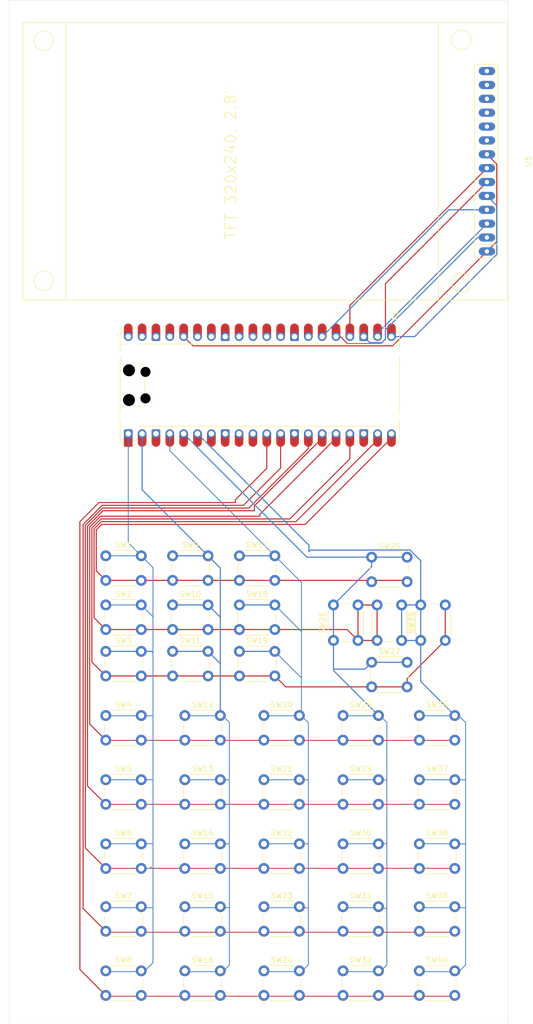
<source format=kicad_pcb>
(kicad_pcb (version 20241229) (generator "pcbnew") (generator_version "9.0")
  (layers (0 "F.Cu" signal) (2 "B.Cu" signal) (13 "F.Paste" user) (15 "B.Paste" user) (5 "F.SilkS" user "F.Silkscreen") (7 "B.SilkS" user "B.Silkscreen") (1 "F.Mask" user) (3 "B.Mask" user) (25 "Edge.Cuts" user))
  (net 0 "")
  (net 12 "/C1")
  (net 13 "/L1")
  (net 14 "/L2")
  (net 15 "/L3")
  (net 16 "/L4")
  (net 17 "/L5")
  (net 18 "/L6")
  (net 19 "/L7")
  (net 20 "/L8")
  (net 21 "/C2")
  (net 22 "/C3")
  (net 23 "/C4")
  (net 24 "/C5")
  (net 25 "/C6")
  (net 26 "/C7")
  (net 27 "/C8")
  (net 28 "/GPIO16")
  (net 29 "/GPIO19")
  (net 32 "+3V3")
  (net 33 "/GPIO20")
  (net 36 "/GPIO18")
  (net 37 "GND")
  (net 38 "/GPIO17")
  (footprint "Button_Switch_THT:SW_PUSH_6mm" (layer "F.Cu") (at 114.71 180.5)
    (property "Reference" "SW39")
    (property "Value" "53")
  )
  (footprint "Button_Switch_THT:SW_PUSH_6mm" (layer "F.Cu") (at 100.71 169)
    (property "Reference" "SW30")
    (property "Value" "46")
  )
  (footprint "Button_Switch_THT:SW_PUSH_6mm" (layer "F.Cu") (at 57.21 145.5)
    (property "Reference" "SW4")
    (property "Value" "14")
  )
  (footprint "Button_Switch_THT:SW_PUSH_6mm" (layer "F.Cu") (at 98.96 131.75 90)
    (property "Reference" "SW26")
    (property "Value" "42")
  )
  (footprint "Button_Switch_THT:SW_PUSH_6mm" (layer "F.Cu") (at 105.96 116.5)
    (property "Reference" "SW25")
    (property "Value" "41")
  )
  (footprint "Button_Switch_THT:SW_PUSH_6mm" (layer "F.Cu") (at 100.71 145.5)
    (property "Reference" "SW28")
    (property "Value" "44")
  )
  (footprint "Button_Switch_THT:SW_PUSH_6mm" (layer "F.Cu") (at 69.46 133.75)
    (property "Reference" "SW11")
    (property "Value" "23")
  )
  (footprint "Button_Switch_THT:SW_PUSH_6mm" (layer "F.Cu") (at 57.21 157.25)
    (property "Reference" "SW5")
    (property "Value" "15")
  )
  (footprint "Button_Switch_THT:SW_PUSH_6mm" (layer "F.Cu") (at 71.71 180.5)
    (property "Reference" "SW15")
    (property "Value" "27")
  )
  (footprint "Button_Switch_THT:SW_PUSH_6mm" (layer "F.Cu") (at 86.21 180.5)
    (property "Reference" "SW23")
    (property "Value" "37")
  )
  (footprint "Button_Switch_THT:SW_PUSH_6mm" (layer "F.Cu") (at 57.21 192.25)
    (property "Reference" "SW8")
    (property "Value" "18")
  )
  (footprint "Button_Switch_THT:SW_PUSH_6mm" (layer "F.Cu") (at 86.21 145.5)
    (property "Reference" "SW20")
    (property "Value" "34")
  )
  (footprint "Button_Switch_THT:SW_PUSH_6mm" (layer "F.Cu") (at 81.71 125.25)
    (property "Reference" "SW18")
    (property "Value" "32")
  )
  (footprint "Button_Switch_THT:SW_PUSH_6mm" (layer "F.Cu") (at 71.71 157.25)
    (property "Reference" "SW13")
    (property "Value" "25")
  )
  (footprint "Button_Switch_THT:SW_PUSH_6mm" (layer "F.Cu") (at 86.21 157.25)
    (property "Reference" "SW21")
    (property "Value" "35")
  )
  (footprint "Button_Switch_THT:SW_PUSH_6mm" (layer "F.Cu") (at 86.21 192.25)
    (property "Reference" "SW24")
    (property "Value" "38")
  )
  (footprint "Button_Switch_THT:SW_PUSH_6mm" (layer "F.Cu") (at 100.71 192.25)
    (property "Reference" "SW32")
    (property "Value" "48")
  )
  (footprint "Button_Switch_THT:SW_PUSH_6mm" (layer "F.Cu") (at 57.21 116.25)
    (property "Reference" "SW1")
    (property "Value" "11")
  )
  (footprint "Button_Switch_THT:SW_PUSH_6mm" (layer "F.Cu") (at 100.71 180.5)
    (property "Reference" "SW31")
    (property "Value" "47")
  )
  (footprint "Button_Switch_THT:SW_PUSH_6mm" (layer "F.Cu") (at 114.71 192.25)
    (property "Reference" "SW40")
    (property "Value" "58")
  )
  (footprint "Button_Switch_THT:SW_PUSH_6mm" (layer "F.Cu") (at 69.46 116.25)
    (property "Reference" "SW9")
    (property "Value" "21")
  )
  (footprint "Button_Switch_THT:SW_PUSH_6mm" (layer "F.Cu") (at 111.46 125.25 -90)
    (property "Reference" "SW34")
    (property "Value" "52")
  )
  (footprint "Module:RaspberryPi_Pico_Common_Unspecified" (layer "F.Cu") (at 85.46 85 90)
    (property "Reference" "A1")
    (property "Value" "RaspberryPi_Pico")
  )
  (footprint "Button_Switch_THT:SW_PUSH_6mm" (layer "F.Cu") (at 105.96 135.75)
    (property "Reference" "SW27")
    (property "Value" "43")
  )
  (footprint "ili:TFT-320x240" (layer "F.Cu") (at 127.1 44 90)
    (property "Reference" "U5")
    (property "Value" "TFT_320x240")
  )
  (footprint "Button_Switch_THT:SW_PUSH_6mm" (layer "F.Cu") (at 71.71 192.25)
    (property "Reference" "SW16")
    (property "Value" "28")
  )
  (footprint "Button_Switch_THT:SW_PUSH_6mm" (layer "F.Cu") (at 81.71 116.25)
    (property "Reference" "SW17")
    (property "Value" "31")
  )
  (footprint "Button_Switch_THT:SW_PUSH_6mm" (layer "F.Cu") (at 114.71 169)
    (property "Reference" "SW38")
    (property "Value" "56")
  )
  (footprint "Button_Switch_THT:SW_PUSH_6mm" (layer "F.Cu") (at 81.71 133.75)
    (property "Reference" "SW19")
    (property "Value" "33")
  )
  (footprint "Button_Switch_THT:SW_PUSH_6mm" (layer "F.Cu") (at 114.71 145.5)
    (property "Reference" "SW36")
    (property "Value" "54")
  )
  (footprint "Button_Switch_THT:SW_PUSH_6mm" (layer "F.Cu") (at 71.71 169)
    (property "Reference" "SW14")
    (property "Value" "26")
  )
  (footprint "Button_Switch_THT:SW_PUSH_6mm" (layer "F.Cu") (at 57.21 125.25)
    (property "Reference" "SW2")
    (property "Value" "12")
  )
  (footprint "Button_Switch_THT:SW_PUSH_6mm" (layer "F.Cu") (at 86.21 169)
    (property "Reference" "SW22")
    (property "Value" "36")
  )
  (footprint "Button_Switch_THT:SW_PUSH_6mm" (layer "F.Cu") (at 71.71 145.5)
    (property "Reference" "SW12")
    (property "Value" "24")
  )
  (footprint "Button_Switch_THT:SW_PUSH_6mm" (layer "F.Cu") (at 57.21 133.75)
    (property "Reference" "SW3")
    (property "Value" "13")
  )
  (footprint "Button_Switch_THT:SW_PUSH_6mm" (layer "F.Cu") (at 57.21 180.5)
    (property "Reference" "SW7")
    (property "Value" "17")
  )
  (footprint "Button_Switch_THT:SW_PUSH_6mm" (layer "F.Cu") (at 100.71 157.25)
    (property "Reference" "SW29")
    (property "Value" "45")
  )
  (footprint "Button_Switch_THT:SW_PUSH_6mm" (layer "F.Cu") (at 57.21 169)
    (property "Reference" "SW6")
    (property "Value" "16")
  )
  (footprint "Button_Switch_THT:SW_PUSH_6mm" (layer "F.Cu") (at 114.96 131.75 90)
    (property "Reference" "SW35")
    (property "Value" "53")
  )
  (footprint "Button_Switch_THT:SW_PUSH_6mm" (layer "F.Cu") (at 69.46 125.25)
    (property "Reference" "SW10")
    (property "Value" "22")
  )
  (footprint "Button_Switch_THT:SW_PUSH_6mm" (layer "F.Cu") (at 114.71 157.25)
    (property "Reference" "SW37")
    (property "Value" "55")
  )
  (gr_rect (start 39.46 14.5) (end 130.96 202) (stroke (width 0.05)) (fill no) (layer "Edge.Cuts"))
  (segment (start 57.71 157.2625) (end 64.21 157.2625) (width 0.15) (layer "B.Cu") (net 12))
  (segment (start 64.21 168.975) (end 65.835 168.975) (width 0.15) (layer "B.Cu") (net 12))
  (segment (start 63.71 116.25) (end 57.21 116.25) (width 0.15) (layer "B.Cu") (net 12))
  (segment (start 57.71 192.4) (end 64.21 192.4) (width 0.15) (layer "B.Cu") (net 12))
  (segment (start 65.86 127.4) (end 63.71 125.25) (width 0.15) (layer "B.Cu") (net 12))
  (segment (start 64.21 157.2625) (end 65.8225 157.2625) (width 0.15) (layer "B.Cu") (net 12))
  (segment (start 63.71 125.25) (end 57.21 125.25) (width 0.15) (layer "B.Cu") (net 12))
  (segment (start 65.8225 157.2625) (end 65.86 157.3) (width 0.15) (layer "B.Cu") (net 12))
  (segment (start 65.86 190.75) (end 65.86 180.55) (width 0.15) (layer "B.Cu") (net 12))
  (segment (start 64.21 180.6875) (end 65.7225 180.6875) (width 0.15) (layer "B.Cu") (net 12))
  (segment (start 65.86 169) (end 65.86 157.3) (width 0.15) (layer "B.Cu") (net 12))
  (segment (start 63.71 116.25) (end 65.86 118.4) (width 0.15) (layer "B.Cu") (net 12))
  (segment (start 65.7225 180.6875) (end 65.86 180.55) (width 0.15) (layer "B.Cu") (net 12))
  (segment (start 57.71 180.6875) (end 64.21 180.6875) (width 0.15) (layer "B.Cu") (net 12))
  (segment (start 61.33 113.87) (end 61.33 93.89) (width 0.15) (layer "B.Cu") (net 12))
  (segment (start 65.81 145.55) (end 65.86 145.5) (width 0.15) (layer "B.Cu") (net 12))
  (segment (start 65.835 168.975) (end 65.86 169) (width 0.15) (layer "B.Cu") (net 12))
  (segment (start 65.86 127.4) (end 65.86 134) (width 0.15) (layer "B.Cu") (net 12))
  (segment (start 65.86 118.4) (end 65.86 127.4) (width 0.15) (layer "B.Cu") (net 12))
  (segment (start 64.21 192.4) (end 65.86 190.75) (width 0.15) (layer "B.Cu") (net 12))
  (segment (start 65.86 157.3) (end 65.86 145.5) (width 0.15) (layer "B.Cu") (net 12))
  (segment (start 57.21 133.75) (end 65.61 133.75) (width 0.2) (layer "B.Cu") (net 12))
  (segment (start 63.71 116.25) (end 61.33 113.87) (width 0.15) (layer "B.Cu") (net 12))
  (segment (start 57.71 145.55) (end 64.21 145.55) (width 0.15) (layer "B.Cu") (net 12))
  (segment (start 65.86 145.5) (end 65.86 134) (width 0.15) (layer "B.Cu") (net 12))
  (segment (start 57.71 168.975) (end 64.21 168.975) (width 0.15) (layer "B.Cu") (net 12))
  (segment (start 65.61 133.75) (end 65.86 134) (width 0.2) (layer "B.Cu") (net 12))
  (segment (start 64.21 145.55) (end 65.81 145.55) (width 0.15) (layer "B.Cu") (net 12))
  (segment (start 65.86 180.55) (end 65.86 169) (width 0.15) (layer "B.Cu") (net 12))
  (segment (start 88.21 120.75) (end 112.21 120.75) (width 0.2) (layer "F.Cu") (net 13))
  (segment (start 55.46 119) (end 55.46 111.5) (width 0.2) (layer "F.Cu") (net 13))
  (segment (start 57.21 120.75) (end 55.46 119) (width 0.2) (layer "F.Cu") (net 13))
  (segment (start 112.21 120.75) (end 112.46 121) (width 0.2) (layer "F.Cu") (net 13))
  (segment (start 57.21 120.75) (end 88.21 120.75) (width 0.2) (layer "F.Cu") (net 13))
  (segment (start 56.46 110.5) (end 93.78 110.5) (width 0.2) (layer "F.Cu") (net 13))
  (segment (start 55.46 111.5) (end 56.46 110.5) (width 0.2) (layer "F.Cu") (net 13))
  (segment (start 93.78 110.5) (end 109.59 94.69) (width 0.2) (layer "F.Cu") (net 13))
  (segment (start 88.21 129.75) (end 101.46 129.75) (width 0.2) (layer "F.Cu") (net 14))
  (segment (start 106.96 125.25) (end 106.96 131.75) (width 0.2) (layer "F.Cu") (net 14))
  (segment (start 56.3929 110) (end 92.07137 110) (width 0.2) (layer "F.Cu") (net 14))
  (segment (start 92.07137 110) (end 107.05 95.02137) (width 0.2) (layer "F.Cu") (net 14))
  (segment (start 103.46 125.25) (end 106.96 125.25) (width 0.2) (layer "F.Cu") (net 14))
  (segment (start 106.96 131.75) (end 103.46 131.75) (width 0.2) (layer "F.Cu") (net 14))
  (segment (start 107.05 95.02137) (end 107.05 93.89) (width 0.2) (layer "F.Cu") (net 14))
  (segment (start 57.21 129.75) (end 88.21 129.75) (width 0.2) (layer "F.Cu") (net 14))
  (segment (start 57.21 129.75) (end 55.059 127.599) (width 0.2) (layer "F.Cu") (net 14))
  (segment (start 55.059 111.3339) (end 56.3929 110) (width 0.2) (layer "F.Cu") (net 14))
  (segment (start 101.46 129.75) (end 103.46 131.75) (width 0.2) (layer "F.Cu") (net 14))
  (segment (start 55.059 127.599) (end 55.059 111.3339) (width 0.2) (layer "F.Cu") (net 14))
  (segment (start 103.46 131.75) (end 103.46 125.25) (width 0.2) (layer "F.Cu") (net 14))
  (segment (start 105.96 140.25) (end 112.46 140.25) (width 0.2) (layer "F.Cu") (net 15))
  (segment (start 57.21 138.25) (end 54.658 135.698) (width 0.2) (layer "F.Cu") (net 15))
  (segment (start 57.21 138.25) (end 88.21 138.25) (width 0.2) (layer "F.Cu") (net 15))
  (segment (start 119.46 131.75) (end 112.46 138.75) (width 0.2) (layer "F.Cu") (net 15))
  (segment (start 90.21 140.25) (end 105.96 140.25) (width 0.2) (layer "F.Cu") (net 15))
  (segment (start 119.46 125.25) (end 119.46 131.75) (width 0.2) (layer "F.Cu") (net 15))
  (segment (start 88.21 138.25) (end 90.21 140.25) (width 0.2) (layer "F.Cu") (net 15))
  (segment (start 54.658 135.698) (end 54.658 111.1678) (width 0.2) (layer "F.Cu") (net 15))
  (segment (start 112.46 138.75) (end 112.46 140.25) (width 0.2) (layer "F.Cu") (net 15))
  (segment (start 54.658 111.1678) (end 56.3258 109.5) (width 0.2) (layer "F.Cu") (net 15))
  (segment (start 101.97 98.49) (end 101.97 94.69) (width 0.2) (layer "F.Cu") (net 15))
  (segment (start 90.96 109.5) (end 101.97 98.49) (width 0.2) (layer "F.Cu") (net 15))
  (segment (start 56.3258 109.5) (end 90.96 109.5) (width 0.2) (layer "F.Cu") (net 15))
  (segment (start 54.257 147.047) (end 54.257 111.0017) (width 0.2) (layer "F.Cu") (net 16))
  (segment (start 56.2587 109) (end 85.46 109) (width 0.2) (layer "F.Cu") (net 16))
  (segment (start 57.21 150) (end 54.257 147.047) (width 0.2) (layer "F.Cu") (net 16))
  (segment (start 85.46 109) (end 85.46 108.66) (width 0.2) (layer "F.Cu") (net 16))
  (segment (start 85.46 108.66) (end 99.43 94.69) (width 0.2) (layer "F.Cu") (net 16))
  (segment (start 54.257 111.0017) (end 56.2587 109) (width 0.2) (layer "F.Cu") (net 16))
  (segment (start 57.71 150.05) (end 121.96 150.05) (width 0.15) (layer "F.Cu") (net 16))
  (segment (start 84.46 108) (end 84.46 107.12) (width 0.2) (layer "F.Cu") (net 17))
  (segment (start 56.6916 108) (end 84.46 108) (width 0.2) (layer "F.Cu") (net 17))
  (segment (start 57.71 161.7625) (end 121.96 161.7625) (width 0.15) (layer "F.Cu") (net 17))
  (segment (start 84.46 107.12) (end 96.89 94.69) (width 0.2) (layer "F.Cu") (net 17))
  (segment (start 53.856 110.8356) (end 56.6916 108) (width 0.2) (layer "F.Cu") (net 17))
  (segment (start 57.21 161.75) (end 53.856 158.396) (width 0.2) (layer "F.Cu") (net 17))
  (segment (start 53.856 158.396) (end 53.856 110.8356) (width 0.2) (layer "F.Cu") (net 17))
  (segment (start 53.455 169.745) (end 53.455 110.6695) (width 0.2) (layer "F.Cu") (net 18))
  (segment (start 53.455 110.6695) (end 56.6245 107.5) (width 0.2) (layer "F.Cu") (net 18))
  (segment (start 94.35 96.61) (end 94.35 93.89) (width 0.2) (layer "F.Cu") (net 18))
  (segment (start 56.6245 107.5) (end 83.46 107.5) (width 0.2) (layer "F.Cu") (net 18))
  (segment (start 57.71 173.475) (end 121.96 173.475) (width 0.15) (layer "F.Cu") (net 18))
  (segment (start 83.46 107.5) (end 94.35 96.61) (width 0.2) (layer "F.Cu") (net 18))
  (segment (start 57.21 173.5) (end 53.455 169.745) (width 0.2) (layer "F.Cu") (net 18))
  (segment (start 65.285 173.475) (end 65.559 173.201) (width 0.15) (layer "B.Cu") (net 18))
  (segment (start 64.21 173.475) (end 65.285 173.475) (width 0.15) (layer "B.Cu") (net 18))
  (segment (start 53.054 110.5034) (end 56.5574 107) (width 0.2) (layer "F.Cu") (net 19))
  (segment (start 82.46 107) (end 89.27 100.19) (width 0.2) (layer "F.Cu") (net 19))
  (segment (start 53.054 180.844) (end 53.054 110.5034) (width 0.2) (layer "F.Cu") (net 19))
  (segment (start 57.71 185.1875) (end 121.96 185.1875) (width 0.15) (layer "F.Cu") (net 19))
  (segment (start 89.27 100.19) (end 89.27 94.69) (width 0.2) (layer "F.Cu") (net 19))
  (segment (start 57.21 185) (end 53.054 180.844) (width 0.2) (layer "F.Cu") (net 19))
  (segment (start 56.5574 107) (end 82.46 107) (width 0.2) (layer "F.Cu") (net 19))
  (segment (start 86.73 100.23) (end 86.73 94.69) (width 0.2) (layer "F.Cu") (net 20))
  (segment (start 57.21 196.75) (end 52.46 192) (width 0.2) (layer "F.Cu") (net 20))
  (segment (start 57.71 196.9) (end 121.96 196.9) (width 0.15) (layer "F.Cu") (net 20))
  (segment (start 80.96 106) (end 86.73 100.23) (width 0.2) (layer "F.Cu") (net 20))
  (segment (start 52.46 192) (end 52.46 110) (width 0.2) (layer "F.Cu") (net 20))
  (segment (start 55.96 106.5) (end 80.96 106.5) (width 0.2) (layer "F.Cu") (net 20))
  (segment (start 80.96 106.5) (end 80.96 106) (width 0.2) (layer "F.Cu") (net 20))
  (segment (start 52.46 110) (end 55.96 106.5) (width 0.2) (layer "F.Cu") (net 20))
  (segment (start 69.46 116.25) (end 75.96 116.25) (width 0.2) (layer "B.Cu") (net 21))
  (segment (start 78.6475 157.2625) (end 79.811 157.2625) (width 0.15) (layer "B.Cu") (net 21))
  (segment (start 78.6475 168.975) (end 78.6725 169) (width 0.15) (layer "B.Cu") (net 21))
  (segment (start 79.8735 180.8) (end 79.8735 169) (width 0.15) (layer "B.Cu") (net 21))
  (segment (start 78.21 145.5) (end 78.21 136) (width 0.2) (layer "B.Cu") (net 21))
  (segment (start 69.46 125.25) (end 75.96 125.25) (width 0.2) (layer "B.Cu") (net 21))
  (segment (start 72.1475 145.55) (end 78.6475 145.55) (width 0.15) (layer "B.Cu") (net 21))
  (segment (start 79.8735 157.2) (end 79.8735 146.776) (width 0.15) (layer "B.Cu") (net 21))
  (segment (start 78.21 127.5) (end 78.21 118.5) (width 0.2) (layer "B.Cu") (net 21))
  (segment (start 79.8735 169) (end 79.8735 157.2) (width 0.15) (layer "B.Cu") (net 21))
  (segment (start 78.21 127.5) (end 78.21 136) (width 0.2) (layer "B.Cu") (net 21))
  (segment (start 72.1475 168.975) (end 78.6475 168.975) (width 0.15) (layer "B.Cu") (net 21))
  (segment (start 72.1475 180.6875) (end 78.6475 180.6875) (width 0.15) (layer "B.Cu") (net 21))
  (segment (start 78.6475 180.6875) (end 79.761 180.6875) (width 0.15) (layer "B.Cu") (net 21))
  (segment (start 78.21 136) (end 75.96 133.75) (width 0.2) (layer "B.Cu") (net 21))
  (segment (start 78.6475 192.4) (end 79.8735 191.174) (width 0.15) (layer "B.Cu") (net 21))
  (segment (start 79.8735 146.776) (end 78.6475 145.55) (width 0.15) (layer "B.Cu") (net 21))
  (segment (start 78.6725 169) (end 79.8735 169) (width 0.15) (layer "B.Cu") (net 21))
  (segment (start 72.1475 192.4) (end 78.6475 192.4) (width 0.15) (layer "B.Cu") (net 21))
  (segment (start 79.8735 191.174) (end 79.8735 180.8) (width 0.15) (layer "B.Cu") (net 21))
  (segment (start 78.21 127.5) (end 75.96 125.25) (width 0.2) (layer "B.Cu") (net 21))
  (segment (start 78.21 118.5) (end 75.96 116.25) (width 0.2) (layer "B.Cu") (net 21))
  (segment (start 79.811 157.2625) (end 79.8735 157.2) (width 0.15) (layer "B.Cu") (net 21))
  (segment (start 75.96 116.25) (end 63.87 104.16) (width 0.2) (layer "B.Cu") (net 21))
  (segment (start 72.1475 157.2625) (end 78.6475 157.2625) (width 0.15) (layer "B.Cu") (net 21))
  (segment (start 69.46 133.75) (end 75.96 133.75) (width 0.2) (layer "B.Cu") (net 21))
  (segment (start 63.87 104.16) (end 63.87 93.89) (width 0.2) (layer "B.Cu") (net 21))
  (segment (start 79.761 180.6875) (end 79.8735 180.8) (width 0.15) (layer "B.Cu") (net 21))
  (segment (start 81.71 133.75) (end 88.21 133.75) (width 0.2) (layer "B.Cu") (net 22))
  (segment (start 93.085 192.4) (end 94.36 191.125) (width 0.15) (layer "B.Cu") (net 22))
  (segment (start 93.085 138.625) (end 88.21 133.75) (width 0.15) (layer "B.Cu") (net 22))
  (segment (start 86.585 157.2625) (end 93.085 157.2625) (width 0.15) (layer "B.Cu") (net 22))
  (segment (start 93.085 130.125) (end 88.21 125.25) (width 0.15) (layer "B.Cu") (net 22))
  (segment (start 94.36 146.825) (end 93.085 145.55) (width 0.15) (layer "B.Cu") (net 22))
  (segment (start 94.285 168.975) (end 94.36 168.9) (width 0.15) (layer "B.Cu") (net 22))
  (segment (start 94.3225 157.2625) (end 94.36 157.3) (width 0.15) (layer "B.Cu") (net 22))
  (segment (start 93.085 180.6875) (end 93.0975 180.7) (width 0.15) (layer "B.Cu") (net 22))
  (segment (start 94.36 168.9) (end 94.36 157.3) (width 0.15) (layer "B.Cu") (net 22))
  (segment (start 86.585 180.6875) (end 93.085 180.6875) (width 0.15) (layer "B.Cu") (net 22))
  (segment (start 81.71 125.25) (end 88.21 125.25) (width 0.2) (layer "B.Cu") (net 22))
  (segment (start 93.085 157.2625) (end 94.3225 157.2625) (width 0.15) (layer "B.Cu") (net 22))
  (segment (start 93.085 130.125) (end 93.085 138.625) (width 0.15) (layer "B.Cu") (net 22))
  (segment (start 86.585 145.55) (end 93.085 145.55) (width 0.15) (layer "B.Cu") (net 22))
  (segment (start 81.71 116.25) (end 88.21 116.25) (width 0.2) (layer "B.Cu") (net 22))
  (segment (start 93.085 168.975) (end 94.285 168.975) (width 0.15) (layer "B.Cu") (net 22))
  (segment (start 88.21 116.25) (end 68.95 96.99) (width 0.15) (layer "B.Cu") (net 22))
  (segment (start 94.36 191.125) (end 94.36 180.7) (width 0.15) (layer "B.Cu") (net 22))
  (segment (start 94.36 157.3) (end 94.36 146.825) (width 0.15) (layer "B.Cu") (net 22))
  (segment (start 86.585 192.4) (end 93.085 192.4) (width 0.15) (layer "B.Cu") (net 22))
  (segment (start 94.36 180.7) (end 94.36 168.9) (width 0.15) (layer "B.Cu") (net 22))
  (segment (start 68.95 96.99) (end 68.95 93.89) (width 0.15) (layer "B.Cu") (net 22))
  (segment (start 93.0975 180.7) (end 94.36 180.7) (width 0.15) (layer "B.Cu") (net 22))
  (segment (start 93.085 121.125) (end 93.085 130.125) (width 0.15) (layer "B.Cu") (net 22))
  (segment (start 88.21 116.25) (end 93.085 121.125) (width 0.15) (layer "B.Cu") (net 22))
  (segment (start 86.585 168.975) (end 93.085 168.975) (width 0.15) (layer "B.Cu") (net 22))
  (segment (start 93.085 145.55) (end 93.085 138.625) (width 0.15) (layer "B.Cu") (net 22))
  (segment (start 107.5225 180.6875) (end 107.635 180.8) (width 0.15) (layer "B.Cu") (net 23))
  (segment (start 108.7485 180.8) (end 108.7485 169) (width 0.15) (layer "B.Cu") (net 23))
  (segment (start 94.1 116.5) (end 105.96 116.5) (width 0.2) (layer "B.Cu") (net 23))
  (segment (start 98.96 137) (end 98.96 125.25) (width 0.2) (layer "B.Cu") (net 23))
  (segment (start 108.7485 191.174) (end 108.7485 180.8) (width 0.15) (layer "B.Cu") (net 23))
  (segment (start 108.7235 168.975) (end 108.7485 169) (width 0.15) (layer "B.Cu") (net 23))
  (segment (start 107.5225 157.2625) (end 101.0225 157.2625) (width 0.15) (layer "B.Cu") (net 23))
  (segment (start 101.0225 168.975) (end 107.5225 168.975) (width 0.15) (layer "B.Cu") (net 23))
  (segment (start 108.7485 146.776) (end 107.5225 145.55) (width 0.15) (layer "B.Cu") (net 23))
  (segment (start 112.46 135.75) (end 105.96 135.75) (width 0.2) (layer "B.Cu") (net 23))
  (segment (start 98.96 137.25) (end 98.96 137) (width 0.2) (layer "B.Cu") (net 23))
  (segment (start 98.96 125.25) (end 105.96 118.25) (width 0.2) (layer "B.Cu") (net 23))
  (segment (start 107.5225 192.4) (end 108.7485 191.174) (width 0.15) (layer "B.Cu") (net 23))
  (segment (start 105.96 116.5) (end 112.46 116.5) (width 0.2) (layer "B.Cu") (net 23))
  (segment (start 108.7485 157.3) (end 108.7485 146.776) (width 0.15) (layer "B.Cu") (net 23))
  (segment (start 101.0225 192.4) (end 107.5225 192.4) (width 0.15) (layer "B.Cu") (net 23))
  (segment (start 107.21 145.5) (end 98.96 137.25) (width 0.2) (layer "B.Cu") (net 23))
  (segment (start 107.5225 168.975) (end 108.7235 168.975) (width 0.15) (layer "B.Cu") (net 23))
  (segment (start 71.49 93.89) (end 94.1 116.5) (width 0.2) (layer "B.Cu") (net 23))
  (segment (start 107.56 157.3) (end 108.7485 157.3) (width 0.15) (layer "B.Cu") (net 23))
  (segment (start 105.96 118.25) (end 105.96 116.5) (width 0.2) (layer "B.Cu") (net 23))
  (segment (start 107.635 180.8) (end 108.7485 180.8) (width 0.15) (layer "B.Cu") (net 23))
  (segment (start 104.71 137) (end 98.96 137) (width 0.2) (layer "B.Cu") (net 23))
  (segment (start 107.5225 145.55) (end 101.0225 145.55) (width 0.15) (layer "B.Cu") (net 23))
  (segment (start 107.5225 180.6875) (end 101.0225 180.6875) (width 0.15) (layer "B.Cu") (net 23))
  (segment (start 107.5225 157.2625) (end 107.56 157.3) (width 0.15) (layer "B.Cu") (net 23))
  (segment (start 105.96 135.75) (end 104.71 137) (width 0.2) (layer "B.Cu") (net 23))
  (segment (start 108.7485 169) (end 108.7485 157.3) (width 0.15) (layer "B.Cu") (net 23))
  (segment (start 123.1735 180.6875) (end 123.186 180.7) (width 0.15) (layer "B.Cu") (net 24))
  (segment (start 121.96 145.55) (end 123.186 146.776) (width 0.15) (layer "B.Cu") (net 24))
  (segment (start 123.1235 157.2625) (end 123.186 157.2) (width 0.15) (layer "B.Cu") (net 24))
  (segment (start 111.46 125.25) (end 114.96 125.25) (width 0.2) (layer "B.Cu") (net 24))
  (segment (start 121.985 169) (end 123.186 169) (width 0.15) (layer "B.Cu") (net 24))
  (segment (start 121.21 145.5) (end 114.96 139.25) (width 0.2) (layer "B.Cu") (net 24))
  (segment (start 111.46 125.25) (end 111.46 131.75) (width 0.2) (layer "B.Cu") (net 24))
  (segment (start 114.96 125.25) (end 114.96 117.160108) (width 0.2) (layer "B.Cu") (net 24))
  (segment (start 94.46 115.5) (end 94.46 114.32) (width 0.2) (layer "B.Cu") (net 24))
  (segment (start 115.46 192.4) (end 121.96 192.4) (width 0.15) (layer "B.Cu") (net 24))
  (segment (start 123.186 169) (end 123.186 180.7) (width 0.15) (layer "B.Cu") (net 24))
  (segment (start 123.186 180.7) (end 123.186 191.174) (width 0.15) (layer "B.Cu") (net 24))
  (segment (start 123.186 191.174) (end 121.96 192.4) (width 0.15) (layer "B.Cu") (net 24))
  (segment (start 115.46 145.55) (end 121.96 145.55) (width 0.15) (layer "B.Cu") (net 24))
  (segment (start 121.96 180.6875) (end 115.46 180.6875) (width 0.15) (layer "B.Cu") (net 24))
  (segment (start 115.46 168.975) (end 121.96 168.975) (width 0.15) (layer "B.Cu") (net 24))
  (segment (start 121.96 157.2625) (end 123.1235 157.2625) (width 0.15) (layer "B.Cu") (net 24))
  (segment (start 121.96 180.6875) (end 123.1735 180.6875) (width 0.15) (layer "B.Cu") (net 24))
  (segment (start 112.998892 115.199) (end 94.761 115.199) (width 0.2) (layer "B.Cu") (net 24))
  (segment (start 94.761 115.199) (end 94.46 115.5) (width 0.2) (layer "B.Cu") (net 24))
  (segment (start 94.46 114.32) (end 74.03 93.89) (width 0.2) (layer "B.Cu") (net 24))
  (segment (start 123.186 157.2) (end 123.186 169) (width 0.15) (layer "B.Cu") (net 24))
  (segment (start 114.96 117.160108) (end 112.998892 115.199) (width 0.2) (layer "B.Cu") (net 24))
  (segment (start 114.96 139.25) (end 114.96 125.25) (width 0.2) (layer "B.Cu") (net 24))
  (segment (start 111.46 131.75) (end 114.96 131.75) (width 0.2) (layer "B.Cu") (net 24))
  (segment (start 121.96 168.975) (end 121.985 169) (width 0.15) (layer "B.Cu") (net 24))
  (segment (start 123.186 146.776) (end 123.186 157.2) (width 0.15) (layer "B.Cu") (net 24))
  (segment (start 115.46 157.2625) (end 121.96 157.2625) (width 0.15) (layer "B.Cu") (net 24))
  (segment (start 113.85 76.11) (end 128.901 61.059) (width 0.2) (layer "B.Cu") (net 28))
  (segment (start 109.59 76.11) (end 113.85 76.11) (width 0.2) (layer "B.Cu") (net 28))
  (segment (start 128.901 61.059) (end 128.901 52.151) (width 0.2) (layer "B.Cu") (net 28))
  (segment (start 128.901 52.151) (end 127.1 50.35) (width 0.2) (layer "B.Cu") (net 28))
  (segment (start 127.1 47.81) (end 108.489 66.421) (width 0.2) (layer "F.Cu") (net 29))
  (segment (start 101.518 77.398) (end 99.43 75.31) (width 0.2) (layer "F.Cu") (net 29))
  (segment (start 107.65705 77.398) (end 101.518 77.398) (width 0.2) (layer "F.Cu") (net 29))
  (segment (start 108.489 66.421) (end 108.489 76.56605) (width 0.2) (layer "F.Cu") (net 29))
  (segment (start 108.489 76.56605) (end 107.65705 77.398) (width 0.2) (layer "F.Cu") (net 29))
  (segment (start 127.1 60.51) (end 109.811 77.799) (width 0.2) (layer "F.Cu") (net 32))
  (segment (start 73.179 77.799) (end 71.49 76.11) (width 0.2) (layer "F.Cu") (net 32))
  (segment (start 109.811 77.799) (end 73.179 77.799) (width 0.2) (layer "F.Cu") (net 32))
  (segment (start 128.901 44.531) (end 127.1 42.73) (width 0.2) (layer "F.Cu") (net 32))
  (segment (start 128.901 58.709) (end 128.901 44.531) (width 0.2) (layer "F.Cu") (net 32))
  (segment (start 127.1 60.51) (end 128.901 58.709) (width 0.2) (layer "F.Cu") (net 32))
  (segment (start 120.11 52.89) (end 96.89 76.11) (width 0.2) (layer "B.Cu") (net 33))
  (segment (start 127.1 52.89) (end 120.11 52.89) (width 0.2) (layer "B.Cu") (net 33))
  (segment (start 127.1 45.27) (end 101.97 70.4) (width 0.2) (layer "F.Cu") (net 36))
  (segment (start 101.97 70.4) (end 101.97 75.31) (width 0.2) (layer "F.Cu") (net 36))
  (segment (start 125.4 57.97) (end 127.1 57.97) (width 0.2) (layer "B.Cu") (net 37))
  (segment (start 108.489 76.56605) (end 108.489 74.881) (width 0.2) (layer "B.Cu") (net 37))
  (segment (start 108.489 74.881) (end 125.4 57.97) (width 0.2) (layer "B.Cu") (net 37))
  (segment (start 105.611 77.211) (end 107.84405 77.211) (width 0.2) (layer "B.Cu") (net 37))
  (segment (start 104.51 76.11) (end 105.611 77.211) (width 0.2) (layer "B.Cu") (net 37))
  (segment (start 107.84405 77.211) (end 108.489 76.56605) (width 0.2) (layer "B.Cu") (net 37))
  (segment (start 107.05 75.48) (end 107.05 76.11) (width 0.2) (layer "B.Cu") (net 38))
  (segment (start 127.1 55.43) (end 107.05 75.48) (width 0.2) (layer "B.Cu") (net 38))
)
</source>
